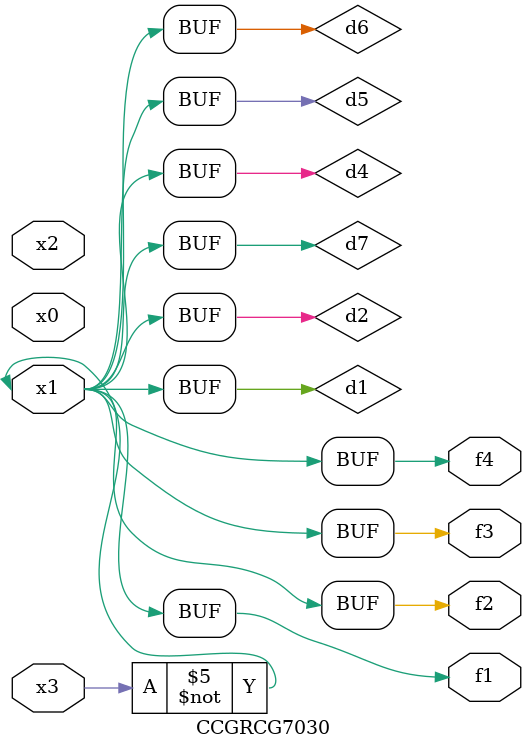
<source format=v>
module CCGRCG7030(
	input x0, x1, x2, x3,
	output f1, f2, f3, f4
);

	wire d1, d2, d3, d4, d5, d6, d7;

	not (d1, x3);
	buf (d2, x1);
	xnor (d3, d1, d2);
	nor (d4, d1);
	buf (d5, d1, d2);
	buf (d6, d4, d5);
	nand (d7, d4);
	assign f1 = d6;
	assign f2 = d7;
	assign f3 = d6;
	assign f4 = d6;
endmodule

</source>
